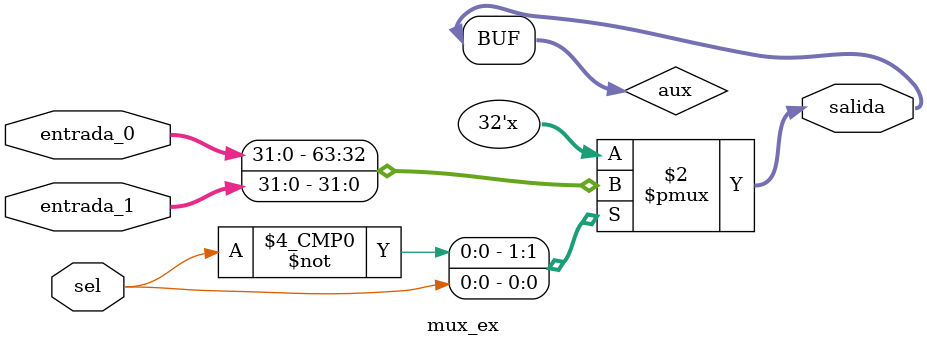
<source format=v>
`timescale 1ns / 1ps

module mux_ex(
    input [31:0] entrada_0,
    input [31:0] entrada_1,
    input sel,
    output [31:0] salida
    );
	 
	 reg [31:0] aux;
	 
	 always @(*)
	 begin
		case (sel)
		0:
			aux = entrada_0;
		1:
			aux = entrada_1;		
		endcase
	 end

assign salida = aux;

endmodule

</source>
